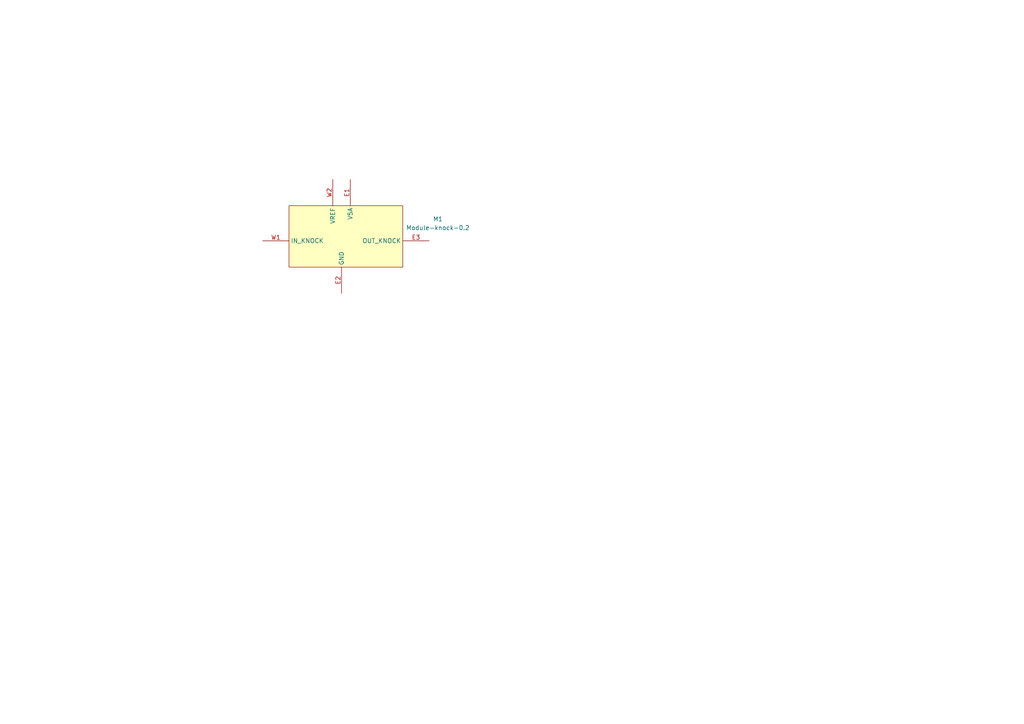
<source format=kicad_sch>
(kicad_sch (version 20231120) (generator "eeschema") (generator_version "8.0")
  (paper "A4")
  (lib_symbols
    (symbol "knock:Module-knock-0.2"
      (property "Reference" "M" (at 0 0 0))
      (property "Value" "Module-knock-0.2" (at 0 0 0))
      (symbol "Module-knock-0.2_1_0"
        (rectangle (start 33.02 0) (end 0 -17.78) (fill (type background)))
        (pin passive line (at 17.78 7.62 270) (length 7.62) (name "V5A") (number "E1"))
        (pin passive line (at 15.24 -25.4 90) (length 7.62) (name "GND") (number "E2"))
        (pin passive line (at 40.64 -10.16 180) (length 7.62) (name "OUT_KNOCK") (number "E3"))
        (pin passive line (at -7.62 -10.16 0) (length 7.62) (name "IN_KNOCK") (number "W1"))
        (pin passive line (at 12.7 7.62 270) (length 7.62) (name "VREF") (number "W2"))
      )
    )
  )
  (symbol (lib_id "knock:Module-knock-0.2") (at 83.82 59.69 0) (unit 1)
    (property "Reference" "M1" (at 127 63.5314 0))
    (property "Value" "Module-knock-0.2" (at 127 66.0714 0))
    (property "Footprint" "hellen-one-knock-0.2:knock" (effects (hide yes)))
    (property "Description" "Hellen-One Knock Pre-amplifier Module" (effects (hide yes)))
  )
)
</source>
